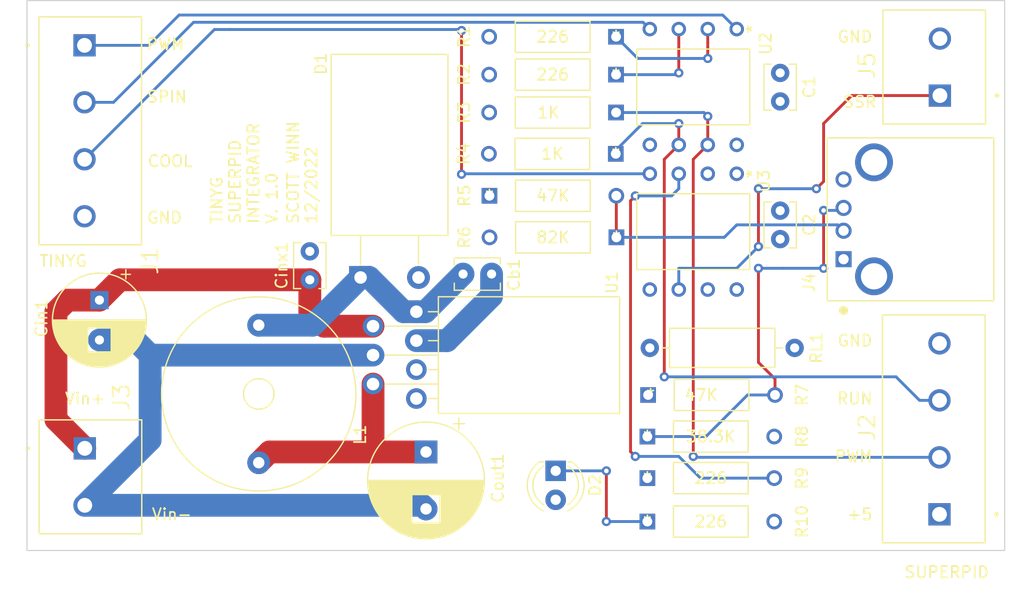
<source format=kicad_pcb>
(kicad_pcb (version 20211014) (generator pcbnew)
  (layers (0 "F.Cu" signal) (1 "In1.Cu" signal) (2 "In2.Cu" signal) (31 "B.Cu" signal) (34 "B.Paste" user) (35 "F.Paste" user) (36 "B.SilkS" user "B.Silkscreen") (37 "F.SilkS" user "F.Silkscreen") (38 "B.Mask" user) (39 "F.Mask" user) (44 "Edge.Cuts" user))
  (net 0 "")
  (net 1 "+5V")
  (net 2 "GND")
  (net 3 "Net-(Cb1-Pad1)")
  (net 4 "Net-(Cb1-Pad2)")
  (net 5 "Net-(Cin1-Pad1)")
  (net 6 "Net-(J1-Pad1)")
  (net 7 "Net-(J1-Pad3)")
  (net 8 "Net-(J2-Pad2)")
  (net 9 "Net-(J2-Pad3)")
  (net 10 "Net-(J4-Pad2)")
  (net 11 "Net-(J4-Pad3)")
  (net 12 "Net-(J1-Pad2)")
  (net 13 "Net-(R1-Pad1)")
  (net 14 "Net-(R2-Pad1)")
  (net 15 "Net-(R9-Pad2)")
  (net 21 "Net-(J5-Pad1)")
  (net 22 "Net-(D2-Pad1)")
  (footprint "1_MyGlobalLibFootprintLibrary:TLP2662F" (layer "F.Cu") (at 86.995 47.585 -90)
    (fp_text reference "U2" (at 1.27 -2.54 90) (layer "F.SilkS"))
    (fp_text value "TLP2662F" hide)
    (fp_text user "*" (at 0 -1.397 90) (layer "F.SilkS"))
    (fp_text user "*" (at 0 -1.397 90) (layer "F.SilkS"))
    (pad "1" thru_hole circle (at 0 0 270) (size 1.27 1.27) (drill 0.762) (layers *.Cu *.Mask) (net 6 "Net-(J1-Pad1)"))
    (pad "2" thru_hole circle (at 0 2.54 270) (size 1.27 1.27) (drill 0.762) (layers *.Cu *.Mask) (net 13 "Net-(R1-Pad1)"))
    (pad "3" thru_hole circle (at 0 5.08 270) (size 1.27 1.27) (drill 0.762) (layers *.Cu *.Mask) (net 14 "Net-(R2-Pad1)"))
    (pad "4" thru_hole circle (at 0 7.62 270) (size 1.27 1.27) (drill 0.762) (layers *.Cu *.Mask) (net 12 "Net-(J1-Pad2)"))
    (pad "5" thru_hole circle (at 10.16 7.62 270) (size 1.27 1.27) (drill 0.762) (layers *.Cu *.Mask) (net 2 "GND"))
    (pad "6" thru_hole circle (at 10.16 5.08 270) (size 1.27 1.27) (drill 0.762) (layers *.Cu *.Mask) (net 9 "Net-(J2-Pad3)"))
    (pad "7" thru_hole circle (at 10.16 2.54 270) (size 1.27 1.27) (drill 0.762) (layers *.Cu *.Mask) (net 8 "Net-(J2-Pad2)"))
    (pad "8" thru_hole circle (at 10.16 0 270) (size 1.27 1.27) (drill 0.762) (layers *.Cu *.Mask) (net 1 "+5V"))
  )
  (footprint "1_MyGlobalLibFootprintLibrary:CUI_TB001-500-04BE" (layer "F.Cu") (at 104.775 90.17 90)
    (fp_text reference "J2" (at 7.62 -6.35 90) (layer "F.SilkS") (effects (font (size 1.4 1.4))))
    (fp_text value "SPP")
    (pad "1" thru_hole rect (at 0 0 90) (size 1.95 1.95) (drill 1.3) (layers *.Cu *.Mask) (net 1 "+5V"))
    (pad "2" thru_hole circle (at 5 0 90) (size 1.95 1.95) (drill 1.3) (layers *.Cu *.Mask) (net 8 "Net-(J2-Pad2)"))
    (pad "3" thru_hole circle (at 10 0 90) (size 1.95 1.95) (drill 1.3) (layers *.Cu *.Mask) (net 9 "Net-(J2-Pad3)"))
    (pad "4" thru_hole circle (at 15 0 90) (size 1.95 1.95) (drill 1.3) (layers *.Cu *.Mask) (net 2 "GND"))
  )
  (footprint "Inductor_THT:L_Radial_D16.8mm_P12.07mm_Vishay_IHB-1" (layer "F.Cu") (at 45.085 73.57 -90)
    (fp_text reference "L1" (at 9.615 -8.89 90) (layer "F.SilkS"))
    (fp_text value "22uH")
    (pad "1" thru_hole circle (at 0 0 270) (size 2 2) (drill 1) (layers *.Cu *.Mask) (net 3 "Net-(Cb1-Pad1)"))
    (pad "2" thru_hole circle (at 12.07 0 270) (size 2 2) (drill 1) (layers *.Cu *.Mask) (net 1 "+5V"))
  )
  (footprint "Resistor_THT:R_Axial_DIN0309_L9.0mm_D3.2mm_P12.70mm_Horizontal" (layer "F.Cu") (at 79.375 75.565)
    (fp_text reference "RL1" (at 14.605 0 90) (layer "F.SilkS"))
    (fp_text value "DNI")
    (pad "1" thru_hole circle (at 0 0) (size 1.6 1.6) (drill 0.8) (layers *.Cu *.Mask) (net 2 "GND"))
    (pad "2" thru_hole oval (at 12.7 0) (size 1.6 1.6) (drill 0.8) (layers *.Cu *.Mask) (net 1 "+5V"))
  )
  (footprint "1_MyGlobalLibFootprintLibrary:MRS25000C2260FCT00" (layer "F.Cu") (at 76.4157 48.26 180)
    (fp_text reference "R1" (at 13.329608 0 90) (layer "F.SilkS"))
    (fp_text value "226" (at 5.5626 0) (layer "F.SilkS"))
    (fp_text user "*" (at 0 0) (layer "F.SilkS"))
    (pad "1" thru_hole rect (at 0 0 180) (size 1.3716 1.3716) (drill 0.8636) (layers *.Cu *.Mask) (net 13 "Net-(R1-Pad1)"))
    (pad "2" thru_hole circle (at 11.1252 0 180) (size 1.3716 1.3716) (drill 0.8636) (layers *.Cu *.Mask) (net 2 "GND"))
  )
  (footprint "Package_TO_SOT_THT:TO-220-2_Horizontal_TabDown" (layer "F.Cu") (at 54.013318 69.387801)
    (fp_text reference "D1" (at -3.482168 -18.757865 90) (layer "F.SilkS"))
    (fp_text value "12TQ200")
    (pad "" np_thru_hole oval (at 2.54 -16.66) (size 3.5 3.5) (drill 3.5) (layers *.Cu *.Mask))
    (pad "1" thru_hole rect (at 0 0) (size 2 2) (drill 1.1) (layers *.Cu *.Mask) (net 3 "Net-(Cb1-Pad1)"))
    (pad "2" thru_hole oval (at 5.08 0) (size 2 2) (drill 1.1) (layers *.Cu *.Mask) (net 2 "GND"))
  )
  (footprint "1_MyGlobalLibFootprintLibrary:MRS25000C2260FCT00" (layer "F.Cu") (at 79.1593 86.995)
    (fp_text reference "R9" (at 13.5507 0 90) (layer "F.SilkS"))
    (fp_text value "226" (at 5.5626 0) (layer "F.SilkS"))
    (fp_text user "*" (at 0 0) (layer "F.SilkS"))
    (pad "1" thru_hole rect (at 0 0) (size 1.3716 1.3716) (drill 0.8636) (layers *.Cu *.Mask) (net 2 "GND"))
    (pad "2" thru_hole circle (at 11.1252 0) (size 1.3716 1.3716) (drill 0.8636) (layers *.Cu *.Mask) (net 15 "Net-(R9-Pad2)"))
  )
  (footprint "1_MyGlobalLibFootprintLibrary:CUI_TB001-500-04BE" (layer "F.Cu") (at 29.8075 49.015 -90)
    (fp_text reference "J1" (at 18.93 -5.7525 90) (layer "F.SilkS") (effects (font (size 1.4 1.4))))
    (fp_text value "TINYG")
    (pad "1" thru_hole rect (at 0 0 270) (size 1.95 1.95) (drill 1.3) (layers *.Cu *.Mask) (net 6 "Net-(J1-Pad1)"))
    (pad "2" thru_hole circle (at 5 0 270) (size 1.95 1.95) (drill 1.3) (layers *.Cu *.Mask) (net 12 "Net-(J1-Pad2)"))
    (pad "3" thru_hole circle (at 10 0 270) (size 1.95 1.95) (drill 1.3) (layers *.Cu *.Mask) (net 7 "Net-(J1-Pad3)"))
    (pad "4" thru_hole circle (at 15 0 270) (size 1.95 1.95) (drill 1.3) (layers *.Cu *.Mask) (net 2 "GND"))
  )
  (footprint "Package_TO_SOT_THT:TO-220-7_P2.54x3.8mm_StaggerEven_Lead5.85mm_TabDown" (layer "F.Cu") (at 58.905 72.39 -90)
    (fp_text reference "U1" (at -2.56 -17.155 -90) (layer "F.SilkS"))
    (fp_text value "LM2678T-5.0")
    (pad "" np_thru_hole oval (at 3.81 -14.9 270) (size 3.5 3.5) (drill 3.5) (layers *.Cu *.Mask))
    (pad "1" thru_hole rect (at 0 0 270) (size 1.8 1.8) (drill 1.1) (layers *.Cu *.Mask) (net 3 "Net-(Cb1-Pad1)"))
    (pad "2" thru_hole oval (at 1.27 3.8 270) (size 1.8 1.8) (drill 1.1) (layers *.Cu *.Mask) (net 5 "Net-(Cin1-Pad1)"))
    (pad "3" thru_hole oval (at 2.54 0 270) (size 1.8 1.8) (drill 1.1) (layers *.Cu *.Mask) (net 4 "Net-(Cb1-Pad2)"))
    (pad "4" thru_hole oval (at 3.81 3.8 270) (size 1.8 1.8) (drill 1.1) (layers *.Cu *.Mask) (net 2 "GND"))
    (pad "5" thru_hole oval (at 5.08 0 270) (size 1.8 1.8) (drill 1.1) (layers *.Cu *.Mask))
    (pad "6" thru_hole oval (at 6.35 3.8 270) (size 1.8 1.8) (drill 1.1) (layers *.Cu *.Mask) (net 1 "+5V"))
    (pad "7" thru_hole oval (at 7.62 0 270) (size 1.8 1.8) (drill 1.1) (layers *.Cu *.Mask))
  )
  (footprint "1_MyGlobalLibFootprintLibrary:CUI_TB001-500-02BE" (layer "F.Cu") (at 104.8125 53.42 90)
    (fp_text reference "J5" (at 2.62 -6.3875 270) (layer "F.SilkS") (effects (font (size 1.4 1.4))))
    (fp_text value "SSR")
    (pad "1" thru_hole rect (at 0 0 90) (size 1.95 1.95) (drill 1.3) (layers *.Cu *.Mask) (net 21 "Net-(J5-Pad1)"))
    (pad "2" thru_hole circle (at 5 0 90) (size 1.95 1.95) (drill 1.3) (layers *.Cu *.Mask) (net 2 "GND"))
  )
  (footprint "Capacitor_THT:C_Disc_D3.8mm_W2.6mm_P2.50mm" (layer "F.Cu") (at 90.805 63.52 -90)
    (fp_text reference "C2" (at 1.25 -2.55 90) (layer "F.SilkS"))
    (fp_text value ".1uF")
    (pad "1" thru_hole circle (at 0 0 270) (size 1.6 1.6) (drill 0.8) (layers *.Cu *.Mask) (net 1 "+5V"))
    (pad "2" thru_hole circle (at 2.5 0 270) (size 1.6 1.6) (drill 0.8) (layers *.Cu *.Mask) (net 2 "GND"))
  )
  (footprint "1_MyGlobalLibFootprintLibrary:CUI_UJ2-AH-4-TH" (layer "F.Cu") (at 96.365 67.7825 90)
    (fp_text reference "J4" (at -2.0675 -3.02 90) (layer "F.SilkS") (effects (font (size 1.001488 1.001488))))
    (fp_text value "UJ2-AH-4-TH")
    (pad "1" thru_hole rect (at 0 0 90) (size 1.408 1.408) (drill 0.9) (layers *.Cu *.Mask) (net 1 "+5V"))
    (pad "2" thru_hole circle (at 2.5 0 90) (size 1.408 1.408) (drill 0.9) (layers *.Cu *.Mask) (net 10 "Net-(J4-Pad2)"))
    (pad "3" thru_hole circle (at 4.5 0 90) (size 1.408 1.408) (drill 0.9) (layers *.Cu *.Mask) (net 11 "Net-(J4-Pad3)"))
    (pad "4" thru_hole circle (at 7 0 90) (size 1.408 1.408) (drill 0.9) (layers *.Cu *.Mask) (net 2 "GND"))
    (pad "5" thru_hole circle (at -1.5 2.67 90) (size 3.316 3.316) (drill 2.3) (layers *.Cu *.Mask) (net 2 "GND"))
    (pad "5" thru_hole circle (at 8.5 2.67 90) (size 3.316 3.316) (drill 2.3) (layers *.Cu *.Mask) (net 2 "GND"))
  )
  (footprint "1_MyGlobalLibFootprintLibrary:MRS25000C2260FCT00" (layer "F.Cu") (at 79.1593 83.345678)
    (fp_text reference "R8" (at 13.5507 0 90) (layer "F.SilkS"))
    (fp_text value "38.3K" (at 5.5626 0) (layer "F.SilkS"))
    (fp_text user "*" (at 0 0) (layer "F.SilkS"))
    (pad "1" thru_hole rect (at 0 0) (size 1.3716 1.3716) (drill 0.8636) (layers *.Cu *.Mask) (net 11 "Net-(J4-Pad3)"))
    (pad "2" thru_hole circle (at 11.1252 0) (size 1.3716 1.3716) (drill 0.8636) (layers *.Cu *.Mask) (net 1 "+5V"))
  )
  (footprint "Capacitor_THT:CP_Radial_D8.0mm_P3.50mm" (layer "F.Cu") (at 31.115 71.372349 -90)
    (fp_text reference "Cin1" (at 1.595 5.08 90) (layer "F.SilkS"))
    (fp_text value "100uF/50V")
    (pad "1" thru_hole rect (at 0 0 270) (size 1.6 1.6) (drill 0.8) (layers *.Cu *.Mask) (net 5 "Net-(Cin1-Pad1)"))
    (pad "2" thru_hole circle (at 3.5 0 270) (size 1.6 1.6) (drill 0.8) (layers *.Cu *.Mask) (net 2 "GND"))
  )
  (footprint "1_MyGlobalLibFootprintLibrary:MRS25000C2260FCT00" (layer "F.Cu") (at 79.1593 90.805)
    (fp_text reference "R10" (at 13.5507 0 90) (layer "F.SilkS"))
    (fp_text value "226" (at 5.5626 0) (layer "F.SilkS"))
    (fp_text user "*" (at 0 0) (layer "F.SilkS"))
    (pad "1" thru_hole rect (at 0 0) (size 1.3716 1.3716) (drill 0.8636) (layers *.Cu *.Mask) (net 22 "Net-(D2-Pad1)"))
    (pad "2" thru_hole circle (at 11.1252 0) (size 1.3716 1.3716) (drill 0.8636) (layers *.Cu *.Mask) (net 2 "GND"))
  )
  (footprint "1_MyGlobalLibFootprintLibrary:TLP2662F" (layer "F.Cu") (at 86.995 60.285 -90)
    (fp_text reference "U3" (at 0.635 -2.39 90) (layer "F.SilkS"))
    (fp_text value "TLP2662F" hide)
    (fp_text user "*" (at 0 -1.397 90) (layer "F.SilkS"))
    (fp_text user "*" (at 0 -1.397 90) (layer "F.SilkS"))
    (pad "1" thru_hole circle (at 0 0 270) (size 1.27 1.27) (drill 0.762) (layers *.Cu *.Mask))
    (pad "2" thru_hole circle (at 0 2.54 270) (size 1.27 1.27) (drill 0.762) (layers *.Cu *.Mask))
    (pad "3" thru_hole circle (at 0 5.08 270) (size 1.27 1.27) (drill 0.762) (layers *.Cu *.Mask) (net 15 "Net-(R9-Pad2)"))
    (pad "4" thru_hole circle (at 0 7.62 270) (size 1.27 1.27) (drill 0.762) (layers *.Cu *.Mask) (net 7 "Net-(J1-Pad3)"))
    (pad "5" thru_hole circle (at 10.16 7.62 270) (size 1.27 1.27) (drill 0.762) (layers *.Cu *.Mask) (net 2 "GND"))
    (pad "6" thru_hole circle (at 10.16 5.08 270) (size 1.27 1.27) (drill 0.762) (layers *.Cu *.Mask) (net 21 "Net-(J5-Pad1)"))
    (pad "7" thru_hole circle (at 10.16 2.54 270) (size 1.27 1.27) (drill 0.762) (layers *.Cu *.Mask))
    (pad "8" thru_hole circle (at 10.16 0 270) (size 1.27 1.27) (drill 0.762) (layers *.Cu *.Mask) (net 1 "+5V"))
  )
  (footprint "Capacitor_THT:C_Disc_D3.8mm_W2.6mm_P2.50mm" (layer "F.Cu") (at 63.000203 69.084865)
    (fp_text reference "Cb1" (at 4.463567 0.06121 90) (layer "F.SilkS"))
    (fp_text value ".01uF")
    (pad "1" thru_hole circle (at 0 0) (size 1.6 1.6) (drill 0.8) (layers *.Cu *.Mask) (net 3 "Net-(Cb1-Pad1)"))
    (pad "2" thru_hole circle (at 2.5 0) (size 1.6 1.6) (drill 0.8) (layers *.Cu *.Mask) (net 4 "Net-(Cb1-Pad2)"))
  )
  (footprint "Capacitor_THT:C_Disc_D3.8mm_W2.6mm_P2.50mm" (layer "F.Cu") (at 49.562685 69.592058 90)
    (fp_text reference "Cinx1" (at 1.25 -2.479037 90) (layer "F.SilkS"))
    (fp_text value ".1uF")
    (pad "1" thru_hole circle (at 0 0 90) (size 1.6 1.6) (drill 0.8) (layers *.Cu *.Mask) (net 5 "Net-(Cin1-Pad1)"))
    (pad "2" thru_hole circle (at 2.5 0 90) (size 1.6 1.6) (drill 0.8) (layers *.Cu *.Mask) (net 2 "GND"))
  )
  (footprint "Capacitor_THT:C_Disc_D3.8mm_W2.6mm_P2.50mm" (layer "F.Cu") (at 90.805 51.435 -90)
    (fp_text reference "C1" (at 1.25 -2.55 90) (layer "F.SilkS"))
    (fp_text value ".1uF")
    (pad "1" thru_hole circle (at 0 0 270) (size 1.6 1.6) (drill 0.8) (layers *.Cu *.Mask) (net 1 "+5V"))
    (pad "2" thru_hole circle (at 2.5 0 270) (size 1.6 1.6) (drill 0.8) (layers *.Cu *.Mask) (net 2 "GND"))
  )
  (footprint "Capacitor_THT:CP_Radial_D10.0mm_P5.00mm" (layer "F.Cu") (at 59.752077 84.696742 -90)
    (fp_text reference "Cout1" (at 2.298258 -6.287923 90) (layer "F.SilkS"))
    (fp_text value "270uF/50V")
    (pad "1" thru_hole rect (at 0 0 270) (size 2 2) (drill 1) (layers *.Cu *.Mask) (net 1 "+5V"))
    (pad "2" thru_hole circle (at 5 0 270) (size 2 2) (drill 1) (layers *.Cu *.Mask) (net 2 "GND"))
  )
  (footprint "1_MyGlobalLibFootprintLibrary:CUI_TB001-500-02BE" (layer "F.Cu") (at 29.82841 84.380787 -90)
    (fp_text reference "J3" (at -4.485 -3.2125 90) (layer "F.SilkS") (effects (font (size 1.4 1.4))))
    (fp_text value "Vin (12-26V)")
    (pad "1" thru_hole rect (at 0 0 270) (size 1.95 1.95) (drill 1.3) (layers *.Cu *.Mask) (net 5 "Net-(Cin1-Pad1)"))
    (pad "2" thru_hole circle (at 5 0 270) (size 1.95 1.95) (drill 1.3) (layers *.Cu *.Mask) (net 2 "GND"))
  )
  (footprint "1_MyGlobalLibFootprintLibrary:MRS25000C2260FCT00" (layer "F.Cu") (at 79.227567 79.696356)
    (fp_text reference "R7" (at 13.482433 0 90) (layer "F.SilkS"))
    (fp_text value "47K" (at 4.6607 0) (layer "F.SilkS"))
    (fp_text user "*" (at 0.2157 0) (layer "F.SilkS"))
    (pad "1" thru_hole rect (at 0 0) (size 1.3716 1.3716) (drill 0.8636) (layers *.Cu *.Mask) (net 2 "GND"))
    (pad "2" thru_hole circle (at 11.1252 0) (size 1.3716 1.3716) (drill 0.8636) (layers *.Cu *.Mask) (net 11 "Net-(J4-Pad3)"))
  )
  (footprint "1_MyGlobalLibFootprintLibrary:MRS25000C2260FCT00" (layer "F.Cu") (at 76.4157 51.585365 180)
    (fp_text reference "R2" (at 13.329608 0 90) (layer "F.SilkS"))
    (fp_text value "226" (at 5.5626 0) (layer "F.SilkS"))
    (fp_text user "*" (at 0 0) (layer "F.SilkS"))
    (pad "1" thru_hole rect (at 0 0 180) (size 1.3716 1.3716) (drill 0.8636) (layers *.Cu *.Mask) (net 14 "Net-(R2-Pad1)"))
    (pad "2" thru_hole circle (at 11.1252 0 180) (size 1.3716 1.3716) (drill 0.8636) (layers *.Cu *.Mask) (net 2 "GND"))
  )
  (footprint "LED_THT:LED_D4.0mm" (layer "F.Cu") (at 71.12 86.355 -90)
    (fp_text reference "D2" (at 1.27 -3.46 90) (layer "F.SilkS"))
    (fp_text value "LED")
    (pad "1" thru_hole rect (at 0 0 270) (size 1.8 1.8) (drill 0.9) (layers *.Cu *.Mask) (net 22 "Net-(D2-Pad1)"))
    (pad "2" thru_hole circle (at 2.54 0 270) (size 1.8 1.8) (drill 0.9) (layers *.Cu *.Mask) (net 1 "+5V"))
  )
  (footprint "1_MyGlobalLibFootprintLibrary:MRS25000C2260FCT00" (layer "F.Cu") (at 65.312152 62.214758)
    (fp_text reference "R5" (at -2.200847 0 90) (layer "F.SilkS"))
    (fp_text value "47K" (at 5.5626 0) (layer "F.SilkS"))
    (fp_text user "*" (at 0 0) (layer "F.SilkS"))
    (pad "1" thru_hole rect (at 0 0) (size 1.3716 1.3716) (drill 0.8636) (layers *.Cu *.Mask) (net 2 "GND"))
    (pad "2" thru_hole circle (at 11.1252 0) (size 1.3716 1.3716) (drill 0.8636) (layers *.Cu *.Mask) (net 10 "Net-(J4-Pad2)"))
  )
  (footprint "1_MyGlobalLibFootprintLibrary:MRS25000C2260FCT00" (layer "F.Cu") (at 76.4157 54.91073 180)
    (fp_text reference "R3" (at 13.329608 0 90) (layer "F.SilkS"))
    (fp_text value "1K" (at 5.9307 0) (layer "F.SilkS"))
    (pad "1" thru_hole rect (at 0 0 180) (size 1.3716 1.3716) (drill 0.8636) (layers *.Cu *.Mask) (net 8 "Net-(J2-Pad2)"))
    (pad "2" thru_hole circle (at 11.1252 0 180) (size 1.3716 1.3716) (drill 0.8636) (layers *.Cu *.Mask) (net 1 "+5V"))
  )
  (footprint "1_MyGlobalLibFootprintLibrary:MRS25000C2260FCT00" (layer "F.Cu") (at 76.390749 58.532218 180)
    (fp_text reference "R4" (at 13.329608 0 90) (layer "F.SilkS"))
    (fp_text value "1K" (at 5.5626 0) (layer "F.SilkS"))
    (fp_text user "*" (at 0 0) (layer "F.SilkS"))
    (pad "1" thru_hole rect (at 0 0 180) (size 1.3716 1.3716) (drill 0.8636) (layers *.Cu *.Mask) (net 9 "Net-(J2-Pad3)"))
    (pad "2" thru_hole circle (at 11.1252 0 180) (size 1.3716 1.3716) (drill 0.8636) (layers *.Cu *.Mask) (net 1 "+5V"))
  )
  (footprint "1_MyGlobalLibFootprintLibrary:MRS25000C2260FCT00" (layer "F.Cu") (at 76.446305 65.86408 180)
    (fp_text reference "R6" (at 13.335 0 90) (layer "F.SilkS"))
    (fp_text value "82K" (at 5.5626 0) (layer "F.SilkS"))
    (fp_text user "*" (at 0 0) (layer "F.SilkS"))
    (pad "1" thru_hole rect (at 0 0 180) (size 1.3716 1.3716) (drill 0.8636) (layers *.Cu *.Mask) (net 10 "Net-(J4-Pad2)"))
    (pad "2" thru_hole circle (at 11.1252 0 180) (size 1.3716 1.3716) (drill 0.8636) (layers *.Cu *.Mask) (net 1 "+5V"))
  )
  (gr_rect (start 24.765 93.345) (end 110.49 45.085) (layer "Edge.Cuts") (width 0.1) (fill none))
  (gr_text "Vin-" (at 37.465 90.17) (layer "F.SilkS") (effects (font (size 1 1))))
  (gr_text "PWM" (at 97.242381 85.09) (layer "F.SilkS") (effects (font (size 1 1))))
  (gr_text "+5" (at 97.79 90.17) (layer "F.SilkS") (effects (font (size 1 1))))
  (gr_text "GND" (at 36.83 64.135) (layer "F.SilkS") (effects (font (size 1 1))))
  (gr_text "TINYG" (at 27.94 67.945) (layer "F.SilkS") (effects (font (size 1 1))))
  (gr_text "SCOTT WINN\n12/2022" (at 48.895 64.77 90) (layer "F.SilkS") (effects (font (size 1 1)) (justify left)))
  (gr_text "GND" (at 97.361428 74.93) (layer "F.SilkS") (effects (font (size 1 1))))
  (gr_text "SPIN" (at 37.036586 53.530788) (layer "F.SilkS") (effects (font (size 1 1))))
  (gr_text "Vin+" (at 29.845 80.01) (layer "F.SilkS") (effects (font (size 1 1))))
  (gr_text "TINYG\nSUPERPID\nINTEGRATOR\nV. 1.0" (at 43.815 64.77 90) (layer "F.SilkS") (effects (font (size 1 1)) (justify left)))
  (gr_text "GND" (at 97.361428 48.26) (layer "F.SilkS") (effects (font (size 1 1))))
  (gr_text "SSR" (at 97.79 53.975) (layer "F.SilkS") (effects (font (size 1 1))))
  (gr_text "RUN" (at 97.337619 80.01) (layer "F.SilkS") (effects (font (size 1 1))))
  (gr_text "SUPERPID" (at 105.41 95.25) (layer "F.SilkS") (effects (font (size 1 1))))
  (gr_text "PWM" (at 36.898862 48.917025) (layer "F.SilkS") (effects (font (size 1 1))))
  (gr_text "COOL" (at 37.312034 59.177483) (layer "F.SilkS") (effects (font (size 1 1))))
  (segment (start 55.105 84.595) (end 55.003258 84.696742) (width 2) (layer "F.Cu") (net 1))
  (segment (start 55.105 78.74) (end 55.105 84.595) (width 2) (layer "F.Cu") (net 1))
  (segment (start 59.752077 84.696742) (end 55.003258 84.696742) (width 2) (layer "F.Cu") (net 1))
  (segment (start 55.003258 84.696742) (end 46.028258 84.696742) (width 2) (layer "F.Cu") (net 1))
  (segment (start 46.028258 84.696742) (end 45.085 85.64) (width 2) (layer "F.Cu") (net 1))
  (segment (start 59.436122 89.380787) (end 59.752077 89.696742) (width 2) (layer "B.Cu") (net 2))
  (segment (start 34.232349 74.872349) (end 35.56 76.2) (width 2) (layer "B.Cu") (net 2))
  (segment (start 29.82841 89.380787) (end 59.436122 89.380787) (width 2) (layer "B.Cu") (net 2))
  (segment (start 29.82841 89.380787) (end 35.56 83.649197) (width 2) (layer "B.Cu") (net 2))
  (segment (start 35.56 83.649197) (end 35.56 76.2) (width 2) (layer "B.Cu") (net 2))
  (segment (start 35.56 76.2) (end 55.105 76.2) (width 2) (layer "B.Cu") (net 2))
  (segment (start 31.115 74.872349) (end 34.232349 74.872349) (width 2) (layer "B.Cu") (net 2))
  (segment (start 58.905 72.39) (end 59.695068 72.39) (width 2) (layer "B.Cu") (net 3))
  (segment (start 49.831119 73.57) (end 54.013318 69.387801) (width 2) (layer "B.Cu") (net 3))
  (segment (start 54.013318 69.387801) (end 54.782801 69.387801) (width 2) (layer "B.Cu") (net 3))
  (segment (start 57.785 72.39) (end 58.905 72.39) (width 2) (layer "B.Cu") (net 3))
  (segment (start 59.695068 72.39) (end 63.000203 69.084865) (width 2) (layer "B.Cu") (net 3))
  (segment (start 54.782801 69.387801) (end 57.785 72.39) (width 2) (layer "B.Cu") (net 3))
  (segment (start 45.085 73.57) (end 49.831119 73.57) (width 2) (layer "B.Cu") (net 3))
  (segment (start 65.500203 71.024797) (end 65.500203 69.084865) (width 2) (layer "B.Cu") (net 4))
  (segment (start 58.905 74.93) (end 61.595 74.93) (width 2) (layer "B.Cu") (net 4))
  (segment (start 61.595 74.93) (end 65.500203 71.024797) (width 2) (layer "B.Cu") (net 4))
  (segment (start 49.562685 69.592058) (end 49.562685 72.422685) (width 2) (layer "F.Cu") (net 5))
  (segment (start 49.53 69.624743) (end 49.562685 69.592058) (width 2) (layer "F.Cu") (net 5))
  (segment (start 28.322651 71.372349) (end 31.115 71.372349) (width 2) (layer "F.Cu") (net 5))
  (segment (start 27.305 81.857377) (end 27.305 72.39) (width 2) (layer "F.Cu") (net 5))
  (segment (start 50.8 73.66) (end 55.105 73.66) (width 2) (layer "F.Cu") (net 5))
  (segment (start 32.895291 69.592058) (end 49.562685 69.592058) (width 2) (layer "F.Cu") (net 5))
  (segment (start 49.562685 72.422685) (end 50.8 73.66) (width 2) (layer "F.Cu") (net 5))
  (segment (start 27.305 72.39) (end 28.322651 71.372349) (width 2) (layer "F.Cu") (net 5))
  (segment (start 29.82841 84.380787) (end 27.305 81.857377) (width 2) (layer "F.Cu") (net 5))
  (segment (start 31.115 71.372349) (end 32.895291 69.592058) (width 2) (layer "F.Cu") (net 5))
  (segment (start 85.765 46.355) (end 86.995 47.585) (width 0.25) (layer "B.Cu") (net 6))
  (segment (start 38.1 46.355) (end 35.44 49.015) (width 0.25) (layer "B.Cu") (net 6))
  (segment (start 38.1 46.355) (end 85.765 46.355) (width 0.25) (layer "B.Cu") (net 6))
  (segment (start 35.44 49.015) (end 29.8075 49.015) (width 0.25) (layer "B.Cu") (net 6))
  (segment (start 62.865 47.7145) (end 62.865 60.325) (width 0.25) (layer "F.Cu") (net 7))
  (via (at 62.865 47.7145) (size 0.8) (drill 0.4) (layers "F.Cu" "B.Cu") (net 7))
  (via (at 62.865 60.325) (size 0.8) (drill 0.4) (layers "F.Cu" "B.Cu") (net 7))
  (segment (start 29.8075 59.015) (end 41.1975 47.625) (width 0.25) (layer "B.Cu") (net 7))
  (segment (start 62.865 60.325) (end 62.905 60.285) (width 0.25) (layer "B.Cu") (net 7))
  (segment (start 42.545 47.625) (end 62.7755 47.625) (width 0.25) (layer "B.Cu") (net 7))
  (segment (start 41.1975 47.625) (end 42.545 47.625) (width 0.25) (layer "B.Cu") (net 7))
  (segment (start 62.905 60.285) (end 79.375 60.285) (width 0.25) (layer "B.Cu") (net 7))
  (segment (start 62.7755 47.625) (end 62.865 47.7145) (width 0.25) (layer "B.Cu") (net 7))
  (segment (start 83.185 59.015) (end 84.455 57.745) (width 0.25) (layer "F.Cu") (net 8))
  (segment (start 84.455 55.245) (end 84.455 57.745) (width 0.25) (layer "F.Cu") (net 8))
  (segment (start 83.185 85.09) (end 83.185 59.015) (width 0.25) (layer "F.Cu") (net 8))
  (via (at 83.185 85.09) (size 0.8) (drill 0.4) (layers "F.Cu" "B.Cu") (net 8))
  (via (at 84.455 55.245) (size 0.8) (drill 0.4) (layers "F.Cu" "B.Cu") (net 8))
  (segment (start 104.775 85.17) (end 83.265 85.17) (width 0.25) (layer "B.Cu") (net 8))
  (segment (start 83.265 85.17) (end 83.185 85.09) (width 0.25) (layer "B.Cu") (net 8))
  (segment (start 84.12073 54.91073) (end 84.455 55.245) (width 0.25) (layer "B.Cu") (net 8))
  (segment (start 76.4157 54.91073) (end 84.12073 54.91073) (width 0.25) (layer "B.Cu") (net 8))
  (segment (start 80.645 78.105) (end 80.645 59.015) (width 0.25) (layer "F.Cu") (net 9))
  (segment (start 80.645 59.015) (end 81.915 57.745) (width 0.25) (layer "F.Cu") (net 9))
  (segment (start 81.915 55.88) (end 81.915 57.745) (width 0.25) (layer "F.Cu") (net 9))
  (via (at 80.645 78.105) (size 0.8) (drill 0.4) (layers "F.Cu" "B.Cu") (net 9))
  (via (at 81.915 55.88) (size 0.8) (drill 0.4) (layers "F.Cu" "B.Cu") (net 9))
  (segment (start 76.390749 58.532218) (end 76.390749 58.229251) (width 0.25) (layer "B.Cu") (net 9))
  (segment (start 104.775 80.17) (end 103.03 80.17) (width 0.25) (layer "B.Cu") (net 9))
  (segment (start 78.74 55.88) (end 81.915 55.88) (width 0.25) (layer "B.Cu") (net 9))
  (segment (start 100.965 78.105) (end 80.645 78.105) (width 0.25) (layer "B.Cu") (net 9))
  (segment (start 76.390749 58.229251) (end 78.74 55.88) (width 0.25) (layer "B.Cu") (net 9))
  (segment (start 103.03 80.17) (end 100.965 78.105) (width 0.25) (layer "B.Cu") (net 9))
  (segment (start 95.969325 64.886825) (end 96.365 65.2825) (width 0.25) (layer "F.Cu") (net 10))
  (segment (start 76.437352 62.214758) (end 76.437352 65.855127) (width 0.25) (layer "F.Cu") (net 10))
  (segment (start 76.437352 65.855127) (end 76.446305 65.86408) (width 0.25) (layer "F.Cu") (net 10))
  (segment (start 95.8525 64.77) (end 96.365 65.2825) (width 0.25) (layer "B.Cu") (net 10))
  (segment (start 85.90092 65.86408) (end 86.995 64.77) (width 0.25) (layer "B.Cu") (net 10))
  (segment (start 86.995 64.77) (end 95.8525 64.77) (width 0.25) (layer "B.Cu") (net 10))
  (segment (start 76.446305 65.86408) (end 85.90092 65.86408) (width 0.25) (layer "B.Cu") (net 10))
  (segment (start 88.9 76.835) (end 88.9 68.58) (width 0.25) (layer "F.Cu") (net 11))
  (segment (start 90.352767 78.287767) (end 88.9 76.835) (width 0.25) (layer "F.Cu") (net 11))
  (segment (start 94.615 68.58) (end 94.615 63.5) (width 0.25) (layer "F.Cu") (net 11))
  (segment (start 90.352767 79.696356) (end 90.352767 78.287767) (width 0.25) (layer "F.Cu") (net 11))
  (via (at 94.615 63.5) (size 0.8) (drill 0.4) (layers "F.Cu" "B.Cu") (net 11))
  (via (at 94.615 68.58) (size 0.8) (drill 0.4) (layers "F.Cu" "B.Cu") (net 11))
  (via (at 88.9 68.58) (size 0.8) (drill 0.4) (layers "F.Cu" "B.Cu") (net 11))
  (segment (start 87.943644 79.696356) (end 90.352767 79.696356) (width 0.25) (layer "B.Cu") (net 11))
  (segment (start 96.1475 63.5) (end 96.365 63.2825) (width 0.25) (layer "B.Cu") (net 11))
  (segment (start 88.9 68.58) (end 91.0675 68.58) (width 0.25) (layer "B.Cu") (net 11))
  (segment (start 91.0675 68.58) (end 94.615 68.58) (width 0.25) (layer "B.Cu") (net 11))
  (segment (start 94.615 63.5) (end 96.1475 63.5) (width 0.25) (layer "B.Cu") (net 11))
  (segment (start 79.1593 83.345678) (end 84.294322 83.345678) (width 0.25) (layer "B.Cu") (net 11))
  (segment (start 84.294322 83.345678) (end 87.943644 79.696356) (width 0.25) (layer "B.Cu") (net 11))
  (segment (start 78.78 46.99) (end 79.375 47.585) (width 0.25) (layer "B.Cu") (net 12))
  (segment (start 39.37 46.99) (end 78.78 46.99) (width 0.25) (layer "B.Cu") (net 12))
  (segment (start 29.8075 54.015) (end 32.345 54.015) (width 0.25) (layer "B.Cu") (net 12))
  (segment (start 32.345 54.015) (end 39.37 46.99) (width 0.25) (layer "B.Cu") (net 12))
  (segment (start 84.455 50.165) (end 84.455 47.585) (width 0.25) (layer "F.Cu") (net 13))
  (via (at 84.455 50.165) (size 0.8) (drill 0.4) (layers "F.Cu" "B.Cu") (net 13))
  (segment (start 78.3207 50.165) (end 84.455 50.165) (width 0.25) (layer "B.Cu") (net 13))
  (segment (start 76.4157 48.26) (end 78.3207 50.165) (width 0.25) (layer "B.Cu") (net 13))
  (segment (start 81.915 51.435) (end 81.915 47.585) (width 0.25) (layer "F.Cu") (net 14))
  (via (at 81.915 51.435) (size 0.8) (drill 0.4) (layers "F.Cu" "B.Cu") (net 14))
  (segment (start 81.764635 51.585365) (end 76.4157 51.585365) (width 0.25) (layer "B.Cu") (net 14))
  (segment (start 81.915 51.435) (end 81.764635 51.585365) (width 0.25) (layer "B.Cu") (net 14))
  (segment (start 77.68498 62.65002) (end 78.105 62.23) (width 0.25) (layer "F.Cu") (net 15))
  (segment (start 78.105 85.09) (end 77.68498 84.66998) (width 0.25) (layer "F.Cu") (net 15))
  (segment (start 77.68498 84.66998) (end 77.68498 62.65002) (width 0.25) (layer "F.Cu") (net 15))
  (via (at 78.105 85.09) (size 0.8) (drill 0.4) (layers "F.Cu" "B.Cu") (net 15))
  (via (at 78.105 62.23) (size 0.8) (drill 0.4) (layers "F.Cu" "B.Cu") (net 15))
  (segment (start 81.915 85.09) (end 83.82 86.995) (width 0.25) (layer "B.Cu") (net 15))
  (segment (start 78.105 62.23) (end 81.28 62.23) (width 0.25) (layer "B.Cu") (net 15))
  (segment (start 83.82 86.995) (end 90.2845 86.995) (width 0.25) (layer "B.Cu") (net 15))
  (segment (start 81.28 62.23) (end 81.915 61.595) (width 0.25) (layer "B.Cu") (net 15))
  (segment (start 81.915 61.595) (end 81.915 60.285) (width 0.25) (layer "B.Cu") (net 15))
  (segment (start 78.105 85.09) (end 81.915 85.09) (width 0.25) (layer "B.Cu") (net 15))
  (segment (start 97.075 53.42) (end 104.8125 53.42) (width 0.25) (layer "F.Cu") (net 21))
  (segment (start 94.615 60.96) (end 94.615 55.88) (width 0.25) (layer "F.Cu") (net 21))
  (segment (start 93.98 61.595) (end 94.615 60.96) (width 0.25) (layer "F.Cu") (net 21))
  (segment (start 94.615 55.88) (end 97.075 53.42) (width 0.25) (layer "F.Cu") (net 21))
  (segment (start 88.9 66.675) (end 88.9 61.595) (width 0.25) (layer "F.Cu") (net 21))
  (via (at 88.9 66.675) (size 0.8) (drill 0.4) (layers "F.Cu" "B.Cu") (net 21))
  (via (at 93.98 61.595) (size 0.8) (drill 0.4) (layers "F.Cu" "B.Cu") (net 21))
  (via (at 88.9 61.595) (size 0.8) (drill 0.4) (layers "F.Cu" "B.Cu") (net 21))
  (segment (start 93.98 61.595) (end 88.9 61.595) (width 0.25) (layer "B.Cu") (net 21))
  (segment (start 81.915 68.58) (end 86.995 68.58) (width 0.25) (layer "B.Cu") (net 21))
  (segment (start 86.995 68.58) (end 88.9 66.675) (width 0.25) (layer "B.Cu") (net 21))
  (segment (start 81.915 68.58) (end 81.915 70.445) (width 0.25) (layer "B.Cu") (net 21))
  (segment (start 75.565 86.36) (end 75.565 90.805) (width 0.25) (layer "F.Cu") (net 22))
  (via (at 75.565 86.36) (size 0.8) (drill 0.4) (layers "F.Cu" "B.Cu") (net 22))
  (via (at 75.565 90.805) (size 0.8) (drill 0.4) (layers "F.Cu" "B.Cu") (net 22))
  (segment (start 75.565 90.805) (end 79.1593 90.805) (width 0.25) (layer "B.Cu") (net 22))
  (segment (start 71.12 86.355) (end 75.56 86.355) (width 0.25) (layer "B.Cu") (net 22))
  (segment (start 75.56 86.355) (end 75.565 86.36) (width 0.25) (layer "B.Cu") (net 22))
)
</source>
